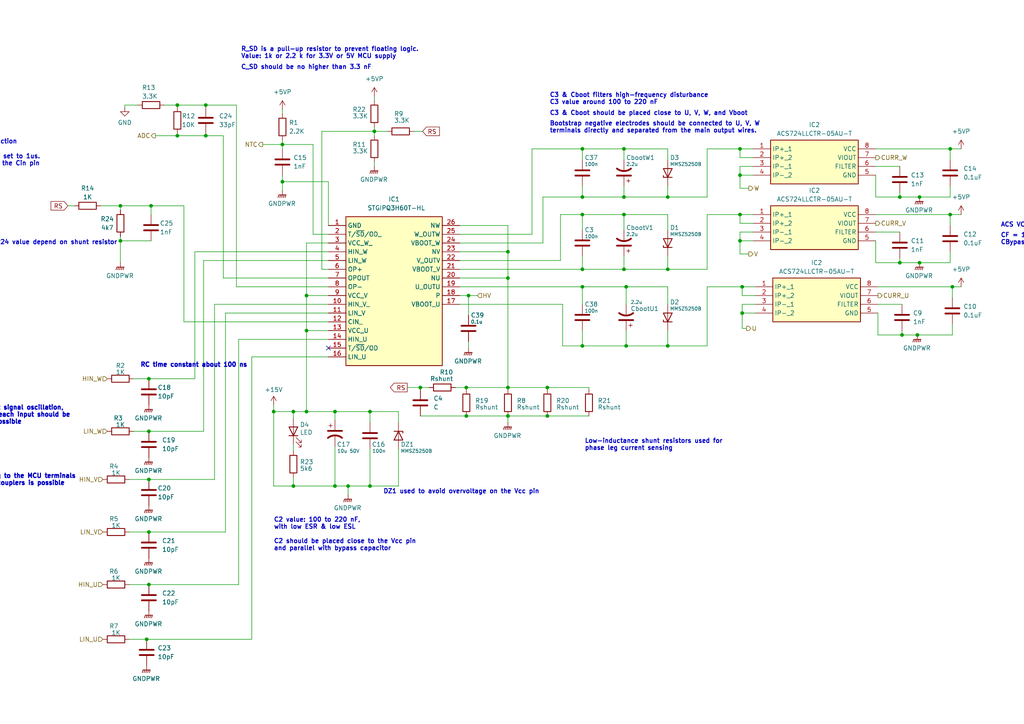
<source format=kicad_sch>
(kicad_sch (version 20230121) (generator eeschema)
  (paper "A4")
  (lib_symbols
    (symbol "Device:C" (pin_numbers hide) (pin_names (offset 0.254))
      (property "Reference" "C" (at 0.635 2.54 0))
      (property "Value" "C" (at 0.635 -2.54 0))
      (symbol "C_0_1"
        (polyline (pts (xy -2.032 -0.762) (xy 2.032 -0.762)) (stroke (width 0.508)))
        (polyline (pts (xy -2.032 0.762) (xy 2.032 0.762)) (stroke (width 0.508)))
      )
      (symbol "C_1_1"
        (pin passive line (at 0 3.81 270) (length 2.794) (name "~") (number "1"))
        (pin passive line (at 0 -3.81 90) (length 2.794) (name "~") (number "2"))
      )
    )
    (symbol "Device:C_Polarized_US" (pin_numbers hide) (pin_names (offset 0.254) hide)
      (property "Reference" "C" (at 0.635 2.54 0))
      (property "Value" "C_Polarized_US" (at 0.635 -2.54 0))
      (symbol "C_Polarized_US_0_1"
        (polyline (pts (xy -2.032 0.762) (xy 2.032 0.762)) (stroke (width 0.508)))
        (polyline (pts (xy -1.778 2.286) (xy -0.762 2.286)))
        (polyline (pts (xy -1.27 1.778) (xy -1.27 2.794)))
        (arc (start 2.032 -1.27) (mid 0 -0.5572) (end -2.032 -1.27) (stroke (width 0.508)))
      )
      (symbol "C_Polarized_US_1_1"
        (pin passive line (at 0 3.81 270) (length 2.794) (name "~") (number "1"))
        (pin passive line (at 0 -3.81 90) (length 3.302) (name "~") (number "2"))
      )
    )
    (symbol "Device:D_Zener" (pin_numbers hide) (pin_names (offset 1.016) hide)
      (property "Reference" "D" (at 0 2.54 0))
      (property "Value" "D_Zener" (at 0 -2.54 0))
      (symbol "D_Zener_0_1"
        (polyline (pts (xy 1.27 0) (xy -1.27 0)))
        (polyline (pts (xy -1.27 -1.27) (xy -1.27 1.27) (xy -0.762 1.27)) (stroke (width 0.254)))
        (polyline (pts (xy 1.27 -1.27) (xy 1.27 1.27) (xy -1.27 0) (xy 1.27 -1.27)) (stroke (width 0.254)))
      )
      (symbol "D_Zener_1_1"
        (pin passive line (at -3.81 0 0) (length 2.54) (name "K") (number "1"))
        (pin passive line (at 3.81 0 180) (length 2.54) (name "A") (number "2"))
      )
    )
    (symbol "Device:LED" (pin_numbers hide) (pin_names (offset 1.016) hide)
      (property "Reference" "D" (at 0 2.54 0))
      (property "Value" "LED" (at 0 -2.54 0))
      (symbol "LED_0_1"
        (polyline (pts (xy -1.27 -1.27) (xy -1.27 1.27)) (stroke (width 0.254)))
        (polyline (pts (xy -1.27 0) (xy 1.27 0)))
        (polyline (pts (xy 1.27 -1.27) (xy 1.27 1.27) (xy -1.27 0) (xy 1.27 -1.27)) (stroke (width 0.254)))
        (polyline (pts (xy -3.048 -0.762) (xy -4.572 -2.286) (xy -3.81 -2.286) (xy -4.572 -2.286) (xy -4.572 -1.524)))
        (polyline (pts (xy -1.778 -0.762) (xy -3.302 -2.286) (xy -2.54 -2.286) (xy -3.302 -2.286) (xy -3.302 -1.524)))
      )
      (symbol "LED_1_1"
        (pin passive line (at -3.81 0 0) (length 2.54) (name "K") (number "1"))
        (pin passive line (at 3.81 0 180) (length 2.54) (name "A") (number "2"))
      )
    )
    (symbol "Device:R" (pin_numbers hide) (pin_names (offset 0))
      (property "Reference" "R" (at 2.032 0 90))
      (property "Value" "R" (at 0 0 90))
      (symbol "R_0_1"
        (rectangle (start -1.016 -2.54) (end 1.016 2.54) (stroke (width 0.254)))
      )
      (symbol "R_1_1"
        (pin passive line (at 0 3.81 270) (length 1.27) (name "~") (number "1"))
        (pin passive line (at 0 -3.81 90) (length 1.27) (name "~") (number "2"))
      )
    )
    (symbol "SamacSys_Parts:ACS724LLCTR-05AU-T"
      (property "Reference" "IC" (at 31.75 7.62 0))
      (property "Value" "ACS724LLCTR-05AU-T" (at 31.75 5.08 0))
      (symbol "ACS724LLCTR-05AU-T_1_1"
        (rectangle (start 5.08 2.54) (end 30.48 -10.16) (stroke (width 0.254)) (fill (type background)))
        (pin passive line (at 0 0 0) (length 5.08) (name "IP+_1") (number "1"))
        (pin passive line (at 0 -2.54 0) (length 5.08) (name "IP+_2") (number "2"))
        (pin passive line (at 0 -5.08 0) (length 5.08) (name "IP-_1") (number "3"))
        (pin passive line (at 0 -7.62 0) (length 5.08) (name "IP-_2") (number "4"))
        (pin passive line (at 35.56 -7.62 180) (length 5.08) (name "GND") (number "5"))
        (pin passive line (at 35.56 -5.08 180) (length 5.08) (name "FILTER") (number "6"))
        (pin passive line (at 35.56 -2.54 180) (length 5.08) (name "VIOUT") (number "7"))
        (pin passive line (at 35.56 0 180) (length 5.08) (name "VCC") (number "8"))
      )
    )
    (symbol "SamacSys_Parts:STGIPQ3H60T-HL"
      (property "Reference" "IC" (at 34.29 7.62 0))
      (property "Value" "STGIPQ3H60T-HL" (at 34.29 5.08 0))
      (symbol "STGIPQ3H60T-HL_1_1"
        (rectangle (start 5.08 2.54) (end 33.02 -40.64) (stroke (width 0.254)) (fill (type background)))
        (pin passive line (at 0 0 0) (length 5.08) (name "GND") (number "1"))
        (pin passive line (at 0 -22.86 0) (length 5.08) (name "HIN_V_") (number "10"))
        (pin passive line (at 0 -25.4 0) (length 5.08) (name "LIN_V") (number "11"))
        (pin passive line (at 0 -27.94 0) (length 5.08) (name "CIN_") (number "12"))
        (pin passive line (at 0 -30.48 0) (length 5.08) (name "VCC_U") (number "13"))
        (pin passive line (at 0 -33.02 0) (length 5.08) (name "HIN_U") (number "14"))
        (pin passive line (at 0 -35.56 0) (length 5.08) (name "T/~{SD}/OD") (number "15"))
        (pin passive line (at 0 -38.1 0) (length 5.08) (name "LIN_U") (number "16"))
        (pin passive line (at 38.1 -22.86 180) (length 5.08) (name "VBOOT_U") (number "17"))
        (pin passive line (at 38.1 -20.32 180) (length 5.08) (name "P") (number "18"))
        (pin passive line (at 38.1 -17.78 180) (length 5.08) (name "U_OUTU") (number "19"))
        (pin passive line (at 0 -2.54 0) (length 5.08) (name "T/~{SD}/OD_") (number "2"))
        (pin passive line (at 38.1 -15.24 180) (length 5.08) (name "NU") (number "20"))
        (pin passive line (at 38.1 -12.7 180) (length 5.08) (name "VBOOT_V") (number "21"))
        (pin passive line (at 38.1 -10.16 180) (length 5.08) (name "V_OUTV") (number "22"))
        (pin passive line (at 38.1 -7.62 180) (length 5.08) (name "NV") (number "23"))
        (pin passive line (at 38.1 -5.08 180) (length 5.08) (name "VBOOT_W") (number "24"))
        (pin passive line (at 38.1 -2.54 180) (length 5.08) (name "W_OUTW") (number "25"))
        (pin passive line (at 38.1 0 180) (length 5.08) (name "NW") (number "26"))
        (pin passive line (at 0 -5.08 0) (length 5.08) (name "VCC_W_") (number "3"))
        (pin passive line (at 0 -7.62 0) (length 5.08) (name "HIN_W") (number "4"))
        (pin passive line (at 0 -10.16 0) (length 5.08) (name "LIN_W") (number "5"))
        (pin passive line (at 0 -12.7 0) (length 5.08) (name "OP+") (number "6"))
        (pin passive line (at 0 -15.24 0) (length 5.08) (name "OPOUT") (number "7"))
        (pin passive line (at 0 -17.78 0) (length 5.08) (name "OP-") (number "8"))
        (pin passive line (at 0 -20.32 0) (length 5.08) (name "VCC_V") (number "9"))
      )
    )
    (symbol "power:+15V" (power) (pin_names (offset 0))
      (property "Value" "+15V" (at 0 3.556 0))
      (symbol "+15V_0_1"
        (polyline (pts (xy -0.762 1.27) (xy 0 2.54)))
        (polyline (pts (xy 0 0) (xy 0 2.54)))
        (polyline (pts (xy 0 2.54) (xy 0.762 1.27)))
      )
      (symbol "+15V_1_1"
        (pin power_in line (at 0 0 90) (length 0) hide (name "+15V") (number "1"))
      )
    )
    (symbol "power:+5VP" (power) (pin_names (offset 0))
      (property "Value" "+5VP" (at 0 3.556 0))
      (symbol "+5VP_0_1"
        (polyline (pts (xy -0.762 1.27) (xy 0 2.54)))
        (polyline (pts (xy 0 0) (xy 0 2.54)))
        (polyline (pts (xy 0 2.54) (xy 0.762 1.27)))
      )
      (symbol "+5VP_1_1"
        (pin power_in line (at 0 0 90) (length 0) hide (name "+5VP") (number "1"))
      )
    )
    (symbol "power:GND" (power) (pin_names (offset 0))
      (property "Value" "GND" (at 0 -3.81 0))
      (symbol "GND_0_1"
        (polyline (pts (xy 0 0) (xy 0 -1.27) (xy 1.27 -1.27) (xy 0 -2.54) (xy -1.27 -1.27) (xy 0 -1.27)))
      )
      (symbol "GND_1_1"
        (pin power_in line (at 0 0 270) (length 0) hide (name "GND") (number "1"))
      )
    )
    (symbol "power:GNDPWR" (power) (pin_names (offset 0))
      (property "Value" "GNDPWR" (at 0 -3.302 0))
      (symbol "GNDPWR_0_1"
        (polyline (pts (xy 0 -1.27) (xy 0 0)))
        (polyline (pts (xy -1.016 -1.27) (xy -1.27 -2.032) (xy -1.27 -2.032)) (stroke (width 0.2032)))
        (polyline (pts (xy -0.508 -1.27) (xy -0.762 -2.032) (xy -0.762 -2.032)) (stroke (width 0.2032)))
        (polyline (pts (xy 0 -1.27) (xy -0.254 -2.032) (xy -0.254 -2.032)) (stroke (width 0.2032)))
        (polyline (pts (xy 0.508 -1.27) (xy 0.254 -2.032) (xy 0.254 -2.032)) (stroke (width 0.2032)))
        (polyline (pts (xy 1.016 -1.27) (xy -1.016 -1.27) (xy -1.016 -1.27)) (stroke (width 0.2032)))
        (polyline (pts (xy 1.016 -1.27) (xy 0.762 -2.032) (xy 0.762 -2.032) (xy 0.762 -2.032)) (stroke (width 0.2032)))
      )
      (symbol "GNDPWR_1_1"
        (pin power_in line (at 0 0 270) (length 0) hide (name "GNDPWR") (number "1"))
      )
    )
  )
  (junction (at 107.315 119.38))
  (junction (at 43.18 169.545))
  (junction (at 42.545 185.42))
  (junction (at 108.585 38.1))
  (junction (at 147.32 120.65))
  (junction (at 88.9 85.725))
  (junction (at 135.255 120.65))
  (junction (at 59.69 30.48))
  (junction (at 81.915 52.705))
  (junction (at 88.9 95.885))
  (junction (at 193.675 78.105))
  (junction (at 88.9 119.38))
  (junction (at 260.985 76.2))
  (junction (at 180.975 62.23))
  (junction (at 97.155 119.38))
  (junction (at 121.92 112.395))
  (junction (at 158.75 112.395))
  (junction (at 51.435 30.48))
  (junction (at 43.18 109.855))
  (junction (at 168.91 78.105))
  (junction (at 147.32 112.395))
  (junction (at 85.09 119.38))
  (junction (at 147.32 73.025))
  (junction (at 135.89 85.725))
  (junction (at 260.985 57.15))
  (junction (at 180.975 57.15))
  (junction (at 85.09 140.97))
  (junction (at 100.965 140.97))
  (junction (at 168.91 43.18))
  (junction (at 214.63 69.85))
  (junction (at 215.265 90.805))
  (junction (at 59.69 39.37))
  (junction (at 214.63 62.23))
  (junction (at 107.315 140.97))
  (junction (at 147.32 80.645))
  (junction (at 180.975 43.18))
  (junction (at 43.18 139.065))
  (junction (at 168.91 83.185))
  (junction (at 34.925 69.85))
  (junction (at 43.815 59.69))
  (junction (at 266.065 97.155))
  (junction (at 180.975 78.105))
  (junction (at 168.91 62.23))
  (junction (at 181.61 100.33))
  (junction (at 79.375 119.38))
  (junction (at 214.63 50.8))
  (junction (at 135.255 112.395))
  (junction (at 266.7 76.2))
  (junction (at 168.91 57.15))
  (junction (at 181.61 83.185))
  (junction (at 193.675 100.33))
  (junction (at 97.155 140.97))
  (junction (at 215.265 83.185))
  (junction (at 266.7 57.15))
  (junction (at 261.62 97.155))
  (junction (at 168.91 100.33))
  (junction (at 43.18 154.305))
  (junction (at 275.59 62.23))
  (junction (at 51.435 39.37))
  (junction (at 193.675 57.15))
  (junction (at 276.225 83.185))
  (junction (at 214.63 43.18))
  (junction (at 81.915 41.91))
  (junction (at 34.925 59.69))
  (junction (at 158.75 120.65))
  (junction (at 43.18 125.095))
  (junction (at 275.59 43.18))
  (no_connect (at 95.25 100.965))
  (wire (pts (xy 168.91 43.18) (xy 168.91 46.355)))
  (wire (pts (xy 266.7 76.2) (xy 275.59 76.2)))
  (wire (pts (xy 29.21 59.69) (xy 34.925 59.69)))
  (wire (pts (xy 34.925 68.58) (xy 34.925 69.85)))
  (wire (pts (xy 215.265 90.805) (xy 215.265 95.25)))
  (wire (pts (xy 108.585 36.83) (xy 108.585 38.1)))
  (wire (pts (xy 43.815 59.69) (xy 53.34 59.69)))
  (wire (pts (xy 180.975 74.295) (xy 180.975 78.105)))
  (wire (pts (xy 147.32 120.65) (xy 158.75 120.65)))
  (wire (pts (xy 214.63 48.26) (xy 214.63 50.8)))
  (wire (pts (xy 168.91 100.33) (xy 181.61 100.33)))
  (wire (pts (xy 180.975 62.23) (xy 180.975 66.675)))
  (wire (pts (xy 266.065 97.155) (xy 276.225 97.155)))
  (wire (pts (xy 97.155 140.97) (xy 100.965 140.97)))
  (wire (pts (xy 135.255 112.395) (xy 147.32 112.395)))
  (wire (pts (xy 34.925 59.69) (xy 34.925 60.96)))
  (wire (pts (xy 107.315 130.175) (xy 107.315 140.97)))
  (wire (pts (xy 254.635 88.265) (xy 261.62 88.265)))
  (wire (pts (xy 215.265 88.265) (xy 215.265 90.805)))
  (wire (pts (xy 108.585 38.1) (xy 108.585 39.37)))
  (wire (pts (xy 95.25 103.505) (xy 73.025 103.505)))
  (wire (pts (xy 108.585 27.94) (xy 108.585 29.21)))
  (wire (pts (xy 254.635 97.155) (xy 261.62 97.155)))
  (wire (pts (xy 193.675 57.15) (xy 205.105 57.15)))
  (wire (pts (xy 219.075 90.805) (xy 215.265 90.805)))
  (wire (pts (xy 278.765 43.18) (xy 275.59 43.18)))
  (wire (pts (xy 43.815 62.23) (xy 43.815 59.69)))
  (wire (pts (xy 133.35 88.265) (xy 163.195 88.265)))
  (wire (pts (xy 162.56 62.23) (xy 168.91 62.23)))
  (wire (pts (xy 100.965 140.97) (xy 107.315 140.97)))
  (wire (pts (xy 254.635 83.185) (xy 276.225 83.185)))
  (wire (pts (xy 34.925 69.85) (xy 43.815 69.85)))
  (wire (pts (xy 37.465 139.065) (xy 43.18 139.065)))
  (wire (pts (xy 205.105 100.33) (xy 205.105 83.185)))
  (wire (pts (xy 219.075 88.265) (xy 215.265 88.265)))
  (wire (pts (xy 133.35 65.405) (xy 147.32 65.405)))
  (wire (pts (xy 158.75 120.65) (xy 170.815 120.65)))
  (wire (pts (xy 37.465 154.305) (xy 43.18 154.305)))
  (wire (pts (xy 260.985 55.88) (xy 260.985 57.15)))
  (wire (pts (xy 254 43.18) (xy 275.59 43.18)))
  (wire (pts (xy 275.59 53.975) (xy 275.59 57.15)))
  (wire (pts (xy 95.25 95.885) (xy 88.9 95.885)))
  (wire (pts (xy 85.09 119.38) (xy 88.9 119.38)))
  (wire (pts (xy 205.105 62.23) (xy 214.63 62.23)))
  (wire (pts (xy 88.9 85.725) (xy 95.25 85.725)))
  (wire (pts (xy 168.91 62.23) (xy 180.975 62.23)))
  (wire (pts (xy 121.92 112.395) (xy 124.46 112.395)))
  (wire (pts (xy 254 48.26) (xy 260.985 48.26)))
  (wire (pts (xy 90.805 67.945) (xy 90.805 41.91)))
  (wire (pts (xy 205.105 43.18) (xy 214.63 43.18)))
  (wire (pts (xy 95.25 75.565) (xy 59.055 75.565)))
  (wire (pts (xy 275.59 46.355) (xy 275.59 43.18)))
  (wire (pts (xy 97.155 129.54) (xy 97.155 140.97)))
  (wire (pts (xy 135.255 120.65) (xy 147.32 120.65)))
  (wire (pts (xy 180.975 57.15) (xy 193.675 57.15)))
  (wire (pts (xy 51.435 30.48) (xy 59.69 30.48)))
  (wire (pts (xy 170.815 112.395) (xy 170.815 113.03)))
  (wire (pts (xy 121.92 112.395) (xy 121.92 113.03)))
  (wire (pts (xy 95.25 52.705) (xy 81.915 52.705)))
  (wire (pts (xy 193.675 100.33) (xy 181.61 100.33)))
  (wire (pts (xy 37.465 185.42) (xy 42.545 185.42)))
  (wire (pts (xy 168.91 43.18) (xy 180.975 43.18)))
  (wire (pts (xy 254 67.31) (xy 260.985 67.31)))
  (wire (pts (xy 95.25 90.805) (xy 65.405 90.805)))
  (wire (pts (xy 157.48 57.15) (xy 168.91 57.15)))
  (wire (pts (xy 95.25 70.485) (xy 88.9 70.485)))
  (wire (pts (xy 193.675 100.33) (xy 205.105 100.33)))
  (wire (pts (xy 121.92 120.65) (xy 135.255 120.65)))
  (wire (pts (xy 260.985 57.15) (xy 266.7 57.15)))
  (wire (pts (xy 133.35 80.645) (xy 147.32 80.645)))
  (wire (pts (xy 64.77 39.37) (xy 59.69 39.37)))
  (wire (pts (xy 214.63 73.66) (xy 217.17 73.66)))
  (wire (pts (xy 205.105 78.105) (xy 205.105 62.23)))
  (wire (pts (xy 135.89 85.725) (xy 135.89 91.44)))
  (wire (pts (xy 214.63 67.31) (xy 214.63 69.85)))
  (wire (pts (xy 85.09 140.97) (xy 97.155 140.97)))
  (wire (pts (xy 107.315 140.97) (xy 115.57 140.97)))
  (wire (pts (xy 276.225 93.98) (xy 276.225 97.155)))
  (wire (pts (xy 158.75 112.395) (xy 170.815 112.395)))
  (wire (pts (xy 108.585 46.99) (xy 108.585 48.26)))
  (wire (pts (xy 214.63 69.85) (xy 214.63 73.66)))
  (wire (pts (xy 21.59 59.69) (xy 19.685 59.69)))
  (wire (pts (xy 218.44 67.31) (xy 214.63 67.31)))
  (wire (pts (xy 193.675 62.23) (xy 193.675 66.675)))
  (wire (pts (xy 76.2 41.91) (xy 81.915 41.91)))
  (wire (pts (xy 157.48 70.485) (xy 157.48 57.15)))
  (wire (pts (xy 68.58 30.48) (xy 59.69 30.48)))
  (wire (pts (xy 95.25 88.265) (xy 62.23 88.265)))
  (wire (pts (xy 79.375 119.38) (xy 85.09 119.38)))
  (wire (pts (xy 53.34 93.345) (xy 53.34 59.69)))
  (wire (pts (xy 168.91 78.105) (xy 180.975 78.105)))
  (wire (pts (xy 214.63 43.18) (xy 218.44 43.18)))
  (wire (pts (xy 147.32 80.645) (xy 147.32 112.395)))
  (wire (pts (xy 168.91 74.295) (xy 168.91 78.105)))
  (wire (pts (xy 132.08 112.395) (xy 135.255 112.395)))
  (wire (pts (xy 218.44 45.72) (xy 214.63 45.72)))
  (wire (pts (xy 168.91 83.185) (xy 168.91 88.265)))
  (wire (pts (xy 85.09 119.38) (xy 85.09 121.285)))
  (wire (pts (xy 135.255 112.395) (xy 135.255 113.03)))
  (wire (pts (xy 65.405 90.805) (xy 65.405 154.305)))
  (wire (pts (xy 120.015 38.1) (xy 122.555 38.1)))
  (wire (pts (xy 133.35 70.485) (xy 157.48 70.485)))
  (wire (pts (xy 135.89 85.725) (xy 133.35 85.725)))
  (wire (pts (xy 218.44 48.26) (xy 214.63 48.26)))
  (wire (pts (xy 162.56 75.565) (xy 162.56 62.23)))
  (wire (pts (xy 108.585 38.1) (xy 112.395 38.1)))
  (wire (pts (xy 85.09 128.905) (xy 85.09 130.81)))
  (wire (pts (xy 73.025 103.505) (xy 73.025 185.42)))
  (wire (pts (xy 193.675 83.185) (xy 193.675 88.265)))
  (wire (pts (xy 95.25 78.105) (xy 93.345 78.105)))
  (wire (pts (xy 266.7 57.15) (xy 275.59 57.15)))
  (wire (pts (xy 81.915 40.64) (xy 81.915 41.91)))
  (wire (pts (xy 180.975 43.18) (xy 180.975 46.355)))
  (wire (pts (xy 118.11 112.395) (xy 121.92 112.395)))
  (wire (pts (xy 45.085 39.37) (xy 51.435 39.37)))
  (wire (pts (xy 254 50.8) (xy 254 57.15)))
  (wire (pts (xy 88.9 70.485) (xy 88.9 85.725)))
  (wire (pts (xy 193.675 78.105) (xy 180.975 78.105)))
  (wire (pts (xy 97.155 119.38) (xy 107.315 119.38)))
  (wire (pts (xy 147.32 73.025) (xy 147.32 80.645)))
  (wire (pts (xy 81.915 41.91) (xy 81.915 43.18)))
  (wire (pts (xy 278.765 62.23) (xy 275.59 62.23)))
  (wire (pts (xy 254.635 90.805) (xy 254.635 97.155)))
  (wire (pts (xy 88.9 85.725) (xy 88.9 95.885)))
  (wire (pts (xy 215.265 83.185) (xy 219.075 83.185)))
  (wire (pts (xy 51.435 31.115) (xy 51.435 30.48)))
  (wire (pts (xy 133.35 73.025) (xy 147.32 73.025)))
  (wire (pts (xy 276.225 86.36) (xy 276.225 83.185)))
  (wire (pts (xy 95.25 73.025) (xy 56.515 73.025)))
  (wire (pts (xy 79.375 119.38) (xy 79.375 117.475)))
  (wire (pts (xy 68.58 83.185) (xy 68.58 30.48)))
  (wire (pts (xy 154.305 67.945) (xy 154.305 43.18)))
  (wire (pts (xy 168.91 62.23) (xy 168.91 66.675)))
  (wire (pts (xy 193.675 74.295) (xy 193.675 78.105)))
  (wire (pts (xy 163.195 88.265) (xy 163.195 100.33)))
  (wire (pts (xy 56.515 109.855) (xy 43.18 109.855)))
  (wire (pts (xy 181.61 83.185) (xy 181.61 88.265)))
  (wire (pts (xy 43.18 139.065) (xy 62.23 139.065)))
  (wire (pts (xy 168.91 95.885) (xy 168.91 100.33)))
  (wire (pts (xy 254 62.23) (xy 275.59 62.23)))
  (wire (pts (xy 95.25 93.345) (xy 53.34 93.345)))
  (wire (pts (xy 133.35 75.565) (xy 162.56 75.565)))
  (wire (pts (xy 93.345 38.1) (xy 108.585 38.1)))
  (wire (pts (xy 214.63 50.8) (xy 214.63 54.61)))
  (wire (pts (xy 180.975 43.18) (xy 193.675 43.18)))
  (wire (pts (xy 214.63 54.61) (xy 217.17 54.61)))
  (wire (pts (xy 88.9 119.38) (xy 97.155 119.38)))
  (wire (pts (xy 218.44 69.85) (xy 214.63 69.85)))
  (wire (pts (xy 218.44 64.77) (xy 214.63 64.77)))
  (wire (pts (xy 81.915 52.705) (xy 81.915 55.245)))
  (wire (pts (xy 95.25 98.425) (xy 69.215 98.425)))
  (wire (pts (xy 43.18 125.095) (xy 59.055 125.095)))
  (wire (pts (xy 133.35 67.945) (xy 154.305 67.945)))
  (wire (pts (xy 59.69 39.37) (xy 51.435 39.37)))
  (wire (pts (xy 40.005 30.48) (xy 36.195 30.48)))
  (wire (pts (xy 34.925 76.2) (xy 34.925 69.85)))
  (wire (pts (xy 38.735 125.095) (xy 43.18 125.095)))
  (wire (pts (xy 95.25 80.645) (xy 64.77 80.645)))
  (wire (pts (xy 205.105 83.185) (xy 215.265 83.185)))
  (wire (pts (xy 147.32 112.395) (xy 158.75 112.395)))
  (wire (pts (xy 56.515 73.025) (xy 56.515 109.855)))
  (wire (pts (xy 138.43 85.725) (xy 135.89 85.725)))
  (wire (pts (xy 59.69 30.48) (xy 59.69 31.115)))
  (wire (pts (xy 64.77 80.645) (xy 64.77 39.37)))
  (wire (pts (xy 168.91 83.185) (xy 181.61 83.185)))
  (wire (pts (xy 193.675 95.885) (xy 193.675 100.33)))
  (wire (pts (xy 218.44 50.8) (xy 214.63 50.8)))
  (wire (pts (xy 133.35 78.105) (xy 168.91 78.105)))
  (wire (pts (xy 107.315 119.38) (xy 115.57 119.38)))
  (wire (pts (xy 181.61 83.185) (xy 193.675 83.185)))
  (wire (pts (xy 81.915 50.8) (xy 81.915 52.705)))
  (wire (pts (xy 43.18 154.305) (xy 65.405 154.305)))
  (wire (pts (xy 254 76.2) (xy 260.985 76.2)))
  (wire (pts (xy 95.25 65.405) (xy 95.25 52.705)))
  (wire (pts (xy 90.805 41.91) (xy 81.915 41.91)))
  (wire (pts (xy 214.63 45.72) (xy 214.63 43.18)))
  (wire (pts (xy 88.9 95.885) (xy 88.9 119.38)))
  (wire (pts (xy 158.75 112.395) (xy 158.75 113.03)))
  (wire (pts (xy 181.61 95.885) (xy 181.61 100.33)))
  (wire (pts (xy 214.63 64.77) (xy 214.63 62.23)))
  (wire (pts (xy 62.23 88.265) (xy 62.23 139.065)))
  (wire (pts (xy 215.265 85.725) (xy 215.265 83.185)))
  (wire (pts (xy 193.675 43.18) (xy 193.675 46.355)))
  (wire (pts (xy 107.315 119.38) (xy 107.315 122.555)))
  (wire (pts (xy 59.055 75.565) (xy 59.055 125.095)))
  (wire (pts (xy 37.465 169.545) (xy 43.18 169.545)))
  (wire (pts (xy 193.675 57.15) (xy 193.675 53.975)))
  (wire (pts (xy 95.25 83.185) (xy 68.58 83.185)))
  (wire (pts (xy 115.57 122.555) (xy 115.57 119.38)))
  (wire (pts (xy 79.375 119.38) (xy 79.375 140.97)))
  (wire (pts (xy 261.62 97.155) (xy 266.065 97.155)))
  (wire (pts (xy 275.59 73.025) (xy 275.59 76.2)))
  (wire (pts (xy 47.625 30.48) (xy 51.435 30.48)))
  (wire (pts (xy 147.32 120.65) (xy 147.32 122.555)))
  (wire (pts (xy 163.195 100.33) (xy 168.91 100.33)))
  (wire (pts (xy 95.25 67.945) (xy 90.805 67.945)))
  (wire (pts (xy 85.09 138.43) (xy 85.09 140.97)))
  (wire (pts (xy 135.89 99.06) (xy 135.89 100.965)))
  (wire (pts (xy 261.62 95.885) (xy 261.62 97.155)))
  (wire (pts (xy 254 69.85) (xy 254 76.2)))
  (wire (pts (xy 154.305 43.18) (xy 168.91 43.18)))
  (wire (pts (xy 93.345 78.105) (xy 93.345 38.1)))
  (wire (pts (xy 69.215 98.425) (xy 69.215 169.545)))
  (wire (pts (xy 276.225 83.185) (xy 278.765 83.185)))
  (wire (pts (xy 218.44 62.23) (xy 214.63 62.23)))
  (wire (pts (xy 147.32 112.395) (xy 147.32 113.03)))
  (wire (pts (xy 133.35 83.185) (xy 168.91 83.185)))
  (wire (pts (xy 260.985 74.93) (xy 260.985 76.2)))
  (wire (pts (xy 51.435 38.735) (xy 51.435 39.37)))
  (wire (pts (xy 254 57.15) (xy 260.985 57.15)))
  (wire (pts (xy 100.965 140.97) (xy 100.965 143.51)))
  (wire (pts (xy 97.155 119.38) (xy 97.155 121.92)))
  (wire (pts (xy 180.975 53.975) (xy 180.975 57.15)))
  (wire (pts (xy 59.69 38.735) (xy 59.69 39.37)))
  (wire (pts (xy 147.32 65.405) (xy 147.32 73.025)))
  (wire (pts (xy 36.195 30.48) (xy 36.195 31.115)))
  (wire (pts (xy 42.545 185.42) (xy 73.025 185.42)))
  (wire (pts (xy 34.925 59.69) (xy 43.815 59.69)))
  (wire (pts (xy 205.105 57.15) (xy 205.105 43.18)))
  (wire (pts (xy 115.57 130.175) (xy 115.57 140.97)))
  (wire (pts (xy 219.075 85.725) (xy 215.265 85.725)))
  (wire (pts (xy 180.975 62.23) (xy 193.675 62.23)))
  (wire (pts (xy 168.91 53.975) (xy 168.91 57.15)))
  (wire (pts (xy 38.735 109.855) (xy 43.18 109.855)))
  (wire (pts (xy 168.91 57.15) (xy 180.975 57.15)))
  (wire (pts (xy 43.18 169.545) (xy 69.215 169.545)))
  (wire (pts (xy 79.375 140.97) (xy 85.09 140.97)))
  (wire (pts (xy 260.985 76.2) (xy 266.7 76.2)))
  (wire (pts (xy 81.915 31.75) (xy 81.915 33.02)))
  (wire (pts (xy 215.265 95.25) (xy 216.535 95.25)))
  (wire (pts (xy 275.59 65.405) (xy 275.59 62.23)))
  (wire (pts (xy 193.675 78.105) (xy 205.105 78.105)))
  (text "C3 & Cboot should be placed close to U, V, W, and Vboot" (at 159.385 33.655 0) (effects (font (size 1.27 1.27) bold) (justify left bottom)))
  (text "Time constant should be set to 1us.\nMust be placed close to the Cin pin\n" (at -24.13 48.26 0) (effects (font (size 1.27 1.27) bold) (justify left bottom)))
  (text "Bootstrap negative electrodes should be connected to U, V, W\nterminals directly and separated from the main output wires." (at 159.385 38.735 0) (effects (font (size 1.27 1.27) bold) (justify left bottom)))
  (text "C2 value: 100 to 220 nF,\nwith low ESR & low ESL\n" (at 79.375 153.67 0) (effects (font (size 1.27 1.27) bold) (justify left bottom)))
  (text "R24 value depend on shunt resistor\n" (at -1.27 71.12 0) (effects (font (size 1.27 1.27) bold) (justify left bottom)))
  (text "To avoid input signal oscillation, \nthe wiring of each input should be \nas short as possible\n" (at -13.97 123.19 0) (effects (font (size 1.27 1.27) (thickness 0.4) bold) (justify left bottom)))
  (text "DZ1 used to avoid overvoltage on the Vcc pin\n\n" (at 111.125 145.415 0) (effects (font (size 1.27 1.27) bold) (justify left bottom)))
  (text "C3 & Cboot filters high-frequency disturbance\nC3 value around 100 to 220 nF" (at 159.385 30.48 0) (effects (font (size 1.27 1.27) bold) (justify left bottom)))
  (text "ACS VCC Supply = 6V\n" (at 290.195 66.04 0) (effects (font (size 1.27 1.27) (thickness 0.254) bold) (justify left bottom)))
  (text "R_SD is a pull-up resistor to prevent floating logic. \nValue: 1k or 2.2 k for 3.3V or 5V MCU supply\n" (at 69.85 17.145 0) (effects (font (size 1.27 1.27) bold) (justify left bottom)))
  (text "C2 should be placed close to the Vcc pin\nand parallel with bypass capacitor\n\n" (at 79.375 161.925 0) (effects (font (size 1.27 1.27) bold) (justify left bottom)))
  (text "C_SD should be no higher than 3.3 nF\n" (at 69.85 20.32 0) (effects (font (size 1.27 1.27) bold) (justify left bottom)))
  (text "RC time constant about 100 ns" (at 40.64 106.68 0) (effects (font (size 1.27 1.27) (thickness 0.4) bold) (justify left bottom)))
  (text "CF = 1nF\nCBypass = 0.1 uF" (at 290.195 71.12 0) (effects (font (size 1.27 1.27) (thickness 0.254) bold) (justify left bottom)))
  (text "Rsf, Csf used to prevent \nprotection circuit malfunction" (at -24.13 41.91 0) (effects (font (size 1.27 1.27) bold) (justify left bottom)))
  (text "Direct coupling to the MCU terminals \nwithout opto-couplers is possible\n" (at -14.605 140.97 0) (effects (font (size 1.27 1.27) (thickness 0.4) bold) (justify left bottom)))
  (text "Low-inductance shunt resistors used for \nphase leg current sensing" (at 169.545 130.81 0) (effects (font (size 1.27 1.27) bold) (justify left bottom)))
  (global_label "RS" (shape output) (at 118.11 112.395 180) (property "Intersheetrefs" "${INTERSHEET_REFS}" (effects hide)))
  (global_label "RS" (shape input) (at 122.555 38.1 0) (property "Intersheetrefs" "${INTERSHEET_REFS}" (effects hide)))
  (global_label "RS" (shape input) (at 19.685 59.69 180) (property "Intersheetrefs" "${INTERSHEET_REFS}" (effects hide)))
  (hierarchical_label "HIN_U" (shape input) (at 29.845 169.545 180))
  (hierarchical_label "ADC" (shape output) (at 45.085 39.37 180))
  (hierarchical_label "U" (shape output) (at 216.535 95.25 0))
  (hierarchical_label "HV" (shape input) (at 138.43 85.725 0))
  (hierarchical_label "V" (shape output) (at 217.17 73.66 0))
  (hierarchical_label "LIN_U" (shape input) (at 29.845 185.42 180))
  (hierarchical_label "HIN_W" (shape input) (at 31.115 109.855 180))
  (hierarchical_label "W" (shape output) (at 217.17 54.61 0))
  (hierarchical_label "NTC" (shape output) (at 76.2 41.91 180))
  (hierarchical_label "CURR_V" (shape output) (at 254 64.77 0))
  (hierarchical_label "CURR_W" (shape output) (at 254 45.72 0))
  (hierarchical_label "LIN_W" (shape input) (at 31.115 125.095 180))
  (hierarchical_label "HIN_V" (shape input) (at 29.845 139.065 180))
  (hierarchical_label "LIN_V" (shape input) (at 29.845 154.305 180))
  (hierarchical_label "CURR_U" (shape output) (at 254.635 85.725 0))
  (symbol (lib_id "Device:D_Zener") (at 193.675 92.075 90) (unit 1)
    (property "Reference" "D2" (at 194.31 87.63 90) (effects (justify right)))
    (property "Value" "MMSZ5250B" (at 194.31 89.535 90) (effects (font (size 1 1)) (justify right)))
  )
  (symbol (lib_id "Device:C_Polarized_US") (at 181.61 92.075 180) (unit 1)
    (property "Reference" "CbootU1" (at 182.88 89.535 0) (effects (justify right)))
    (property "Value" "2.2u" (at 182.88 87.63 0) (effects (font (size 1 1)) (justify right)))
  )
  (symbol (lib_id "Device:C") (at 43.18 173.355 0) (unit 1)
    (property "Reference" "C22" (at 46.99 172.085 0) (effects (justify left)))
    (property "Value" "10pF" (at 46.99 174.625 0) (effects (justify left)))
  )
  (symbol (lib_id "power:GNDPWR") (at 100.965 143.51 0) (unit 1)
    (property "Reference" "#PWR061" (effects hide))
    (property "Value" "GNDPWR" (at 100.838 147.32 0))
  )
  (symbol (lib_id "Device:LED") (at 85.09 125.095 90) (unit 1)
    (property "Reference" "D4" (at 86.995 123.19 90) (effects (justify right)))
    (property "Value" "LED" (at 86.995 125.4125 90) (effects (justify right)))
  )
  (symbol (lib_id "power:GNDPWR") (at 43.18 117.475 0) (unit 1)
    (property "Reference" "#PWR031" (effects hide))
    (property "Value" "GNDPWR" (at 43.053 121.285 0))
  )
  (symbol (lib_id "power:GNDPWR") (at 266.7 57.15 0) (unit 1)
    (property "Reference" "#PWR023" (effects hide))
    (property "Value" "GNDPWR" (at 266.573 60.96 0))
  )
  (symbol (lib_id "Device:R") (at 33.655 139.065 90) (unit 1)
    (property "Reference" "R4" (at 33.02 135.255 90))
    (property "Value" "1K" (at 33.655 137.16 90))
  )
  (symbol (lib_id "Device:D_Zener") (at 193.675 70.485 90) (unit 1)
    (property "Reference" "D1" (at 194.31 66.04 90) (effects (justify right)))
    (property "Value" "MMSZ5250B" (at 194.31 67.945 90) (effects (font (size 1 1)) (justify right)))
  )
  (symbol (lib_id "power:GNDPWR") (at 43.18 146.685 0) (unit 1)
    (property "Reference" "#PWR033" (effects hide))
    (property "Value" "GNDPWR" (at 43.053 150.495 0))
  )
  (symbol (lib_id "Device:C") (at 43.18 113.665 0) (unit 1)
    (property "Reference" "C18" (at 45.72 112.395 0) (effects (justify left)))
    (property "Value" "10pF" (at 45.72 114.935 0) (effects (justify left)))
  )
  (symbol (lib_id "Device:D_Zener") (at 193.675 50.165 90) (unit 1)
    (property "Reference" "D3" (at 194.31 45.72 90) (effects (justify right)))
    (property "Value" "MMSZ5250B" (at 194.31 47.625 90) (effects (font (size 1 1)) (justify right)))
  )
  (symbol (lib_id "Device:C_Polarized_US") (at 97.155 125.73 0) (unit 1)
    (property "Reference" "C17" (at 101.6 128.905 0) (effects (justify right)))
    (property "Value" "10u 50V" (at 97.79 130.81 0) (effects (font (size 1 1)) (justify left)))
  )
  (symbol (lib_id "power:GND") (at 36.195 31.115 0) (unit 1)
    (property "Reference" "#PWR039" (effects hide))
    (property "Value" "GND" (at 36.195 35.56 0))
  )
  (symbol (lib_id "power:+5VP") (at 81.915 31.75 0) (unit 1)
    (property "Reference" "#PWR037" (effects hide))
    (property "Value" "+5VP" (at 81.915 26.67 0))
  )
  (symbol (lib_id "power:GNDPWR") (at 43.18 177.165 0) (unit 1)
    (property "Reference" "#PWR035" (effects hide))
    (property "Value" "GNDPWR" (at 43.053 180.975 0))
  )
  (symbol (lib_id "power:GNDPWR") (at 147.32 122.555 0) (unit 1)
    (property "Reference" "#PWR030" (effects hide))
    (property "Value" "GNDPWR" (at 147.193 126.365 0))
  )
  (symbol (lib_id "Device:C") (at 275.59 50.165 180) (unit 1)
    (property "Reference" "C14" (at 279.4 48.895 0) (effects (justify right)))
    (property "Value" "0.1uF" (at 279.4 51.435 0) (effects (justify right)))
  )
  (symbol (lib_id "power:+5VP") (at 278.765 43.18 0) (unit 1)
    (property "Reference" "#PWR022" (effects hide))
    (property "Value" "+5VP" (at 278.765 38.1 0))
  )
  (symbol (lib_id "Device:C") (at 121.92 116.84 0) (unit 1)
    (property "Reference" "C4" (at 125.73 115.57 0) (effects (justify left)))
    (property "Value" "C" (at 125.73 118.11 0) (effects (justify left)))
  )
  (symbol (lib_id "Device:C") (at 260.985 71.12 180) (unit 1)
    (property "Reference" "C11" (at 264.16 69.85 0) (effects (justify right)))
    (property "Value" "1nF" (at 264.16 72.39 0) (effects (justify right)))
  )
  (symbol (lib_id "Device:R") (at 147.32 116.84 0) (unit 1)
    (property "Reference" "R8" (at 149.86 116.205 0) (effects (justify left)))
    (property "Value" "Rshunt" (at 149.86 118.11 0) (effects (justify left)))
  )
  (symbol (lib_id "power:GNDPWR") (at 81.915 55.245 0) (unit 1)
    (property "Reference" "#PWR024" (effects hide))
    (property "Value" "GNDPWR" (at 81.788 59.055 0))
  )
  (symbol (lib_id "power:GNDPWR") (at 34.925 76.2 0) (unit 1)
    (property "Reference" "#PWR038" (effects hide))
    (property "Value" "GNDPWR" (at 34.798 80.01 0))
  )
  (symbol (lib_id "Device:D_Zener") (at 115.57 126.365 270) (unit 1)
    (property "Reference" "DZ1" (at 116.205 128.905 90) (effects (justify left)))
    (property "Value" "MMSZ5250B" (at 116.205 130.81 90) (effects (font (size 1 1)) (justify left)))
  )
  (symbol (lib_id "Device:C") (at 260.985 52.07 180) (unit 1)
    (property "Reference" "C13" (at 264.16 50.8 0) (effects (justify right)))
    (property "Value" "1nF" (at 264.16 53.34 0) (effects (justify right)))
  )
  (symbol (lib_id "Device:R") (at 34.925 109.855 90) (unit 1)
    (property "Reference" "R2" (at 34.925 106.045 90))
    (property "Value" "1K" (at 34.925 107.95 90))
  )
  (symbol (lib_id "Device:C") (at 59.69 34.925 0) (unit 1)
    (property "Reference" "C24" (at 63.5 33.655 0) (effects (justify left)))
    (property "Value" "33pF" (at 63.5 36.195 0) (effects (justify left)))
  )
  (symbol (lib_id "Device:C") (at 275.59 69.215 180) (unit 1)
    (property "Reference" "C12" (at 279.4 67.945 0) (effects (justify right)))
    (property "Value" "0.1uF" (at 279.4 70.485 0) (effects (justify right)))
  )
  (symbol (lib_id "Device:C") (at 43.18 158.115 0) (unit 1)
    (property "Reference" "C21" (at 46.99 156.845 0) (effects (justify left)))
    (property "Value" "10pF" (at 46.99 159.385 0) (effects (justify left)))
  )
  (symbol (lib_id "Device:C") (at 276.225 90.17 180) (unit 1)
    (property "Reference" "C10" (at 279.4 88.9 0) (effects (justify right)))
    (property "Value" "0.1uF" (at 279.4 91.44 0) (effects (justify right)))
  )
  (symbol (lib_id "Device:C") (at 43.18 128.905 0) (unit 1)
    (property "Reference" "C19" (at 46.99 127.635 0) (effects (justify left)))
    (property "Value" "10pF" (at 46.99 130.175 0) (effects (justify left)))
  )
  (symbol (lib_id "Device:C") (at 43.18 142.875 0) (unit 1)
    (property "Reference" "C20" (at 45.72 141.605 0) (effects (justify left)))
    (property "Value" "10pF" (at 45.72 144.145 0) (effects (justify left)))
  )
  (symbol (lib_id "Device:C_Polarized_US") (at 180.975 70.485 180) (unit 1)
    (property "Reference" "CbootV1" (at 181.61 66.04 0) (effects (justify right)))
    (property "Value" "2.2u" (at 181.61 67.945 0) (effects (font (size 1 1)) (justify right)))
  )
  (symbol (lib_id "Device:C") (at 261.62 92.075 180) (unit 1)
    (property "Reference" "C9" (at 264.795 90.805 0) (effects (justify right)))
    (property "Value" "1nF" (at 264.795 93.345 0) (effects (justify right)))
  )
  (symbol (lib_id "Device:R") (at 51.435 34.925 0) (unit 1)
    (property "Reference" "R12" (at 52.705 33.655 0) (effects (justify left)))
    (property "Value" "10K" (at 52.705 36.195 0) (effects (justify left)))
  )
  (symbol (lib_id "SamacSys_Parts:ACS724LLCTR-05AU-T") (at 218.44 62.23 0) (unit 1)
    (property "Reference" "IC2" (at 236.22 55.245 0))
    (property "Value" "ACS724LLCTR-05AU-T" (at 236.22 57.785 0))
    (property "Footprint" "SamacSys_Parts:SOIC127P600X175-8N" (effects hide))
    (property "Datasheet" "https://www.allegromicro.com/~/media/files/datasheets/acs724-datasheet.pdf" (effects hide))
    (property "Height" "1.75" (effects hide))
    (property "Manufacturer_Name" "Allegro Microsystems" (effects hide))
    (property "Manufacturer_Part_Number" "ACS724LLCTR-05AU-T" (effects hide))
    (property "Mouser Part Number" "250-724LLCTR05AUT" (effects hide))
    (property "Mouser Price/Stock" "https://www.mouser.co.uk/ProductDetail/Allegro-MicroSystems/ACS724LLCTR-05AU-T?qs=pUKx8fyJudC3f6AQOezPDA%3D%3D" (effects hide))
    (property "Arrow Part Number" "ACS724LLCTR-05AU-T" (effects hide))
    (property "Arrow Price/Stock" "https://www.arrow.com/en/products/acs724llctr-05au-t/allegro-microsystems?region=nac" (effects hide))
    (instances (project "Main" (path "" (reference "IC2") (unit 1)) (path "" (reference "IC3") (unit 1))))
  )
  (symbol (lib_id "Device:C") (at 107.315 126.365 180) (unit 1)
    (property "Reference" "C16" (at 111.76 128.905 0) (effects (justify left)))
    (property "Value" "100n" (at 107.95 130.81 0) (effects (font (size 1 1)) (justify right)))
  )
  (symbol (lib_id "power:+15V") (at 79.375 117.475 0) (unit 1)
    (property "Reference" "#PWR019" (effects hide))
    (property "Value" "+15V" (at 79.375 113.03 0))
  )
  (symbol (lib_id "Device:C") (at 168.91 70.485 0) (unit 1)
    (property "Reference" "C3" (at 169.545 66.675 0) (effects (justify left)))
    (property "Value" "100n" (at 169.545 68.58 0) (effects (font (size 1 1)) (justify left)))
  )
  (symbol (lib_id "power:GNDPWR") (at 43.18 132.715 0) (unit 1)
    (property "Reference" "#PWR032" (effects hide))
    (property "Value" "GNDPWR" (at 43.053 136.525 0))
  )
  (symbol (lib_id "power:GNDPWR") (at 135.89 100.965 0) (unit 1)
    (property "Reference" "#PWR02" (effects hide))
    (property "Value" "GNDPWR" (at 135.763 104.775 0))
  )
  (symbol (lib_id "power:GNDPWR") (at 266.7 76.2 0) (unit 1)
    (property "Reference" "#PWR021" (effects hide))
    (property "Value" "GNDPWR" (at 266.573 80.01 0))
  )
  (symbol (lib_id "Device:R") (at 158.75 116.84 0) (unit 1)
    (property "Reference" "R20" (at 161.29 116.205 0) (effects (justify left)))
    (property "Value" "Rshunt" (at 161.29 118.11 0) (effects (justify left)))
  )
  (symbol (lib_id "Device:R") (at 33.655 154.305 90) (unit 1)
    (property "Reference" "R5" (at 33.02 150.495 90))
    (property "Value" "1K" (at 33.655 152.4 90))
  )
  (symbol (lib_id "SamacSys_Parts:STGIPQ3H60T-HL") (at 95.25 65.405 0) (unit 1)
    (property "Reference" "IC1" (at 114.3 57.785 0))
    (property "Value" "STGIPQ3H60T-HL" (at 114.935 60.325 0))
    (property "Footprint" "SamacSys_Parts:STGIPQ3H60THL" (effects hide))
    (property "Datasheet" "https://www.st.com/resource/en/datasheet/stgipq3h60t-hl.pdf" (effects hide))
    (property "Height" "5.4" (effects hide))
    (property "Manufacturer_Name" "STMicroelectronics" (effects hide))
    (property "Manufacturer_Part_Number" "STGIPQ3H60T-HL" (effects hide))
    (property "Mouser Part Number" "511-STGIPQ3H60T-HL" (effects hide))
    (property "Mouser Price/Stock" "https://www.mouser.co.uk/ProductDetail/STMicroelectronics/STGIPQ3H60T-HL?qs=M3jcYzEJUdFpYXXQR4RSgg%3D%3D" (effects hide))
    (property "Arrow Part Number" "STGIPQ3H60T-HL" (effects hide))
    (property "Arrow Price/Stock" "https://www.arrow.com/en/products/stgipq3h60t-hl/stmicroelectronics" (effects hide))
  )
  (symbol (lib_id "power:GNDPWR") (at 42.545 193.04 0) (unit 1)
    (property "Reference" "#PWR036" (effects hide))
    (property "Value" "GNDPWR" (at 42.418 196.85 0))
  )
  (symbol (lib_id "Device:C") (at 42.545 189.23 0) (unit 1)
    (property "Reference" "C23" (at 45.72 187.96 0) (effects (justify left)))
    (property "Value" "10pF" (at 45.72 190.5 0) (effects (justify left)))
  )
  (symbol (lib_id "Device:C") (at 81.915 46.99 0) (unit 1)
    (property "Reference" "C15" (at 85.09 45.72 0) (effects (justify left)))
    (property "Value" "1nF" (at 85.09 48.26 0) (effects (justify left)))
  )
  (symbol (lib_id "Device:R") (at 85.09 134.62 0) (unit 1)
    (property "Reference" "R23" (at 86.995 133.985 0) (effects (justify left)))
    (property "Value" "5k6" (at 86.995 135.89 0) (effects (justify left)))
  )
  (symbol (lib_id "Device:C_Polarized_US") (at 180.975 50.165 180) (unit 1)
    (property "Reference" "CbootW1" (at 181.61 45.72 0) (effects (justify right)))
    (property "Value" "2.2u" (at 181.61 47.625 0) (effects (font (size 1 1)) (justify right)))
  )
  (symbol (lib_id "Device:R") (at 33.655 169.545 90) (unit 1)
    (property "Reference" "R6" (at 33.02 165.735 90))
    (property "Value" "1K" (at 33.655 167.64 90))
  )
  (symbol (lib_id "Device:R") (at 108.585 43.18 0) (unit 1)
    (property "Reference" "R11" (at 102.235 41.91 0) (effects (justify left)))
    (property "Value" "3.3K" (at 102.235 43.815 0) (effects (justify left)))
  )
  (symbol (lib_id "power:GNDPWR") (at 43.18 161.925 0) (unit 1)
    (property "Reference" "#PWR034" (effects hide))
    (property "Value" "GNDPWR" (at 43.053 165.735 0))
  )
  (symbol (lib_id "Device:R") (at 33.655 185.42 90) (unit 1)
    (property "Reference" "R7" (at 33.02 181.61 90))
    (property "Value" "1K" (at 33.655 183.515 90))
  )
  (symbol (lib_id "Device:R") (at 34.925 125.095 90) (unit 1)
    (property "Reference" "R3" (at 34.29 121.285 90))
    (property "Value" "1K" (at 34.925 123.19 90))
  )
  (symbol (lib_id "Device:C") (at 43.815 66.04 0) (unit 1)
    (property "Reference" "C25" (at 46.355 64.77 0) (effects (justify left)))
    (property "Value" "1nF" (at 46.355 67.31 0) (effects (justify left)))
  )
  (symbol (lib_id "power:+5VP") (at 278.765 83.185 0) (unit 1)
    (property "Reference" "#PWR029" (effects hide))
    (property "Value" "+5VP" (at 278.765 78.105 0))
  )
  (symbol (lib_id "Device:C") (at 168.91 50.165 0) (unit 1)
    (property "Reference" "C37" (at 169.545 45.72 0) (effects (justify left)))
    (property "Value" "100n" (at 169.545 47.625 0) (effects (font (size 1 1)) (justify left)))
  )
  (symbol (lib_id "power:+5VP") (at 108.585 27.94 0) (unit 1)
    (property "Reference" "#PWR028" (effects hide))
    (property "Value" "+5VP" (at 108.585 22.86 0))
  )
  (symbol (lib_id "Device:R") (at 81.915 36.83 0) (unit 1)
    (property "Reference" "R1" (at 83.82 35.56 0) (effects (justify left)))
    (property "Value" "2.2K" (at 83.82 38.1 0) (effects (justify left)))
  )
  (symbol (lib_id "SamacSys_Parts:ACS724LLCTR-05AU-T") (at 218.44 43.18 0) (unit 1)
    (property "Reference" "IC2" (at 236.22 36.195 0))
    (property "Value" "ACS724LLCTR-05AU-T" (at 236.22 38.735 0))
    (property "Footprint" "SamacSys_Parts:SOIC127P600X175-8N" (effects hide))
    (property "Datasheet" "https://www.allegromicro.com/~/media/files/datasheets/acs724-datasheet.pdf" (effects hide))
    (property "Height" "1.75" (effects hide))
    (property "Manufacturer_Name" "Allegro Microsystems" (effects hide))
    (property "Manufacturer_Part_Number" "ACS724LLCTR-05AU-T" (effects hide))
    (property "Mouser Part Number" "250-724LLCTR05AUT" (effects hide))
    (property "Mouser Price/Stock" "https://www.mouser.co.uk/ProductDetail/Allegro-MicroSystems/ACS724LLCTR-05AU-T?qs=pUKx8fyJudC3f6AQOezPDA%3D%3D" (effects hide))
    (property "Arrow Part Number" "ACS724LLCTR-05AU-T" (effects hide))
    (property "Arrow Price/Stock" "https://www.arrow.com/en/products/acs724llctr-05au-t/allegro-microsystems?region=nac" (effects hide))
    (instances (project "Main" (path "" (reference "IC2") (unit 1)) (path "" (reference "IC4") (unit 1))))
  )
  (symbol (lib_id "power:GNDPWR") (at 108.585 48.26 0) (unit 1)
    (property "Reference" "#PWR027" (effects hide))
    (property "Value" "GNDPWR" (at 108.458 52.07 0))
  )
  (symbol (lib_id "power:GNDPWR") (at 266.065 97.155 0) (unit 1)
    (property "Reference" "#PWR018" (effects hide))
    (property "Value" "GNDPWR" (at 265.938 100.965 0))
  )
  (symbol (lib_id "Device:C") (at 135.89 95.25 0) (unit 1)
    (property "Reference" "C39" (at 136.525 91.44 0) (effects (justify left)))
    (property "Value" "0.1u" (at 136.525 93.345 0) (effects (font (size 1 1)) (justify left)))
  )
  (symbol (lib_id "Device:R") (at 128.27 112.395 90) (unit 1)
    (property "Reference" "R10" (at 131.445 107.95 90) (effects (justify left)))
    (property "Value" "Rshunt" (at 131.445 109.855 90) (effects (justify left)))
  )
  (symbol (lib_id "Device:R") (at 116.205 38.1 270) (unit 1)
    (property "Reference" "R9" (at 114.3 33.02 90) (effects (justify left)))
    (property "Value" "3.3K" (at 114.3 34.925 90) (effects (justify left)))
  )
  (symbol (lib_id "power:+5VP") (at 278.765 62.23 0) (unit 1)
    (property "Reference" "#PWR025" (effects hide))
    (property "Value" "+5VP" (at 278.765 57.15 0))
  )
  (symbol (lib_id "Device:R") (at 43.815 30.48 90) (unit 1)
    (property "Reference" "R13" (at 45.085 25.4 90) (effects (justify left)))
    (property "Value" "3.3K" (at 45.72 27.94 90) (effects (justify left)))
  )
  (symbol (lib_id "SamacSys_Parts:ACS724LLCTR-05AU-T") (at 219.075 83.185 0) (unit 1)
    (property "Reference" "IC2" (at 236.855 76.2 0))
    (property "Value" "ACS724LLCTR-05AU-T" (at 236.855 78.74 0))
    (property "Footprint" "SamacSys_Parts:SOIC127P600X175-8N" (effects hide))
    (property "Datasheet" "https://www.allegromicro.com/~/media/files/datasheets/acs724-datasheet.pdf" (effects hide))
    (property "Height" "1.75" (effects hide))
    (property "Manufacturer_Name" "Allegro Microsystems" (effects hide))
    (property "Manufacturer_Part_Number" "ACS724LLCTR-05AU-T" (effects hide))
    (property "Mouser Part Number" "250-724LLCTR05AUT" (effects hide))
    (property "Mouser Price/Stock" "https://www.mouser.co.uk/ProductDetail/Allegro-MicroSystems/ACS724LLCTR-05AU-T?qs=pUKx8fyJudC3f6AQOezPDA%3D%3D" (effects hide))
    (property "Arrow Part Number" "ACS724LLCTR-05AU-T" (effects hide))
    (property "Arrow Price/Stock" "https://www.arrow.com/en/products/acs724llctr-05au-t/allegro-microsystems?region=nac" (effects hide))
  )
  (symbol (lib_id "Device:C") (at 168.91 92.075 0) (unit 1)
    (property "Reference" "C38" (at 169.545 88.265 0) (effects (justify left)))
    (property "Value" "100n" (at 169.545 90.17 0) (effects (font (size 1 1)) (justify left)))
  )
  (symbol (lib_id "Device:R") (at 170.815 116.84 0) (unit 1)
    (property "Reference" "R21" (at 173.355 116.205 0) (effects (justify left)))
    (property "Value" "Rshunt" (at 173.355 118.11 0) (effects (justify left)))
  )
  (symbol (lib_id "Device:R") (at 108.585 33.02 0) (unit 1)
    (property "Reference" "R22" (at 102.235 31.75 0) (effects (justify left)))
    (property "Value" "3.3K" (at 102.235 33.655 0) (effects (justify left)))
  )
  (symbol (lib_id "Device:R") (at 25.4 59.69 90) (unit 1)
    (property "Reference" "R14" (at 25.4 54.61 90))
    (property "Value" "1K" (at 25.4 57.15 90))
  )
  (symbol (lib_id "Device:R") (at 135.255 116.84 0) (unit 1)
    (property "Reference" "R19" (at 137.795 116.205 0) (effects (justify left)))
    (property "Value" "Rshunt" (at 137.795 118.11 0) (effects (justify left)))
  )
  (symbol (lib_id "Device:R") (at 34.925 64.77 180) (unit 1)
    (property "Reference" "R24" (at 31.115 63.5 0))
    (property "Value" "4k7" (at 31.115 66.04 0))
  )
)
</source>
